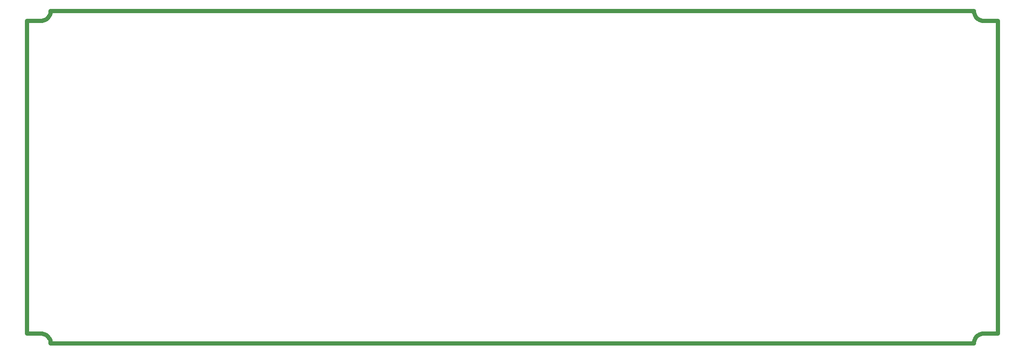
<source format=gm1>
G04*
G04 #@! TF.GenerationSoftware,Altium Limited,Altium Designer,21.3.2 (30)*
G04*
G04 Layer_Color=16711935*
%FSLAX44Y44*%
%MOMM*%
G71*
G04*
G04 #@! TF.SameCoordinates,78750805-DB91-4CD3-9BAD-7DFD151DFB16*
G04*
G04*
G04 #@! TF.FilePolarity,Positive*
G04*
G01*
G75*
%ADD34C,0.8000*%
D34*
X1682000Y600000D02*
X1682183Y597438D01*
X1682729Y594929D01*
X1683627Y592523D01*
X1684857Y590269D01*
X1686396Y588213D01*
X1688212Y586396D01*
X1690269Y584857D01*
X1692522Y583627D01*
X1694929Y582729D01*
X1697438Y582183D01*
X1700000Y582000D01*
Y18000D02*
X1697438Y17817D01*
X1694929Y17271D01*
X1692522Y16373D01*
X1690269Y15143D01*
X1688212Y13604D01*
X1686396Y11788D01*
X1684857Y9732D01*
X1683627Y7477D01*
X1682729Y5071D01*
X1682183Y2562D01*
X1682000Y0D01*
X18000D02*
X17817Y2562D01*
X17271Y5071D01*
X16373Y7477D01*
X15143Y9732D01*
X13604Y11788D01*
X11788Y13604D01*
X9732Y15143D01*
X7477Y16373D01*
X5071Y17271D01*
X2562Y17817D01*
X-0Y18000D01*
Y582000D02*
X2562Y582183D01*
X5071Y582729D01*
X7477Y583627D01*
X9732Y584857D01*
X11788Y586396D01*
X13604Y588213D01*
X15143Y590269D01*
X16373Y592523D01*
X17271Y594929D01*
X17817Y597438D01*
X18000Y600000D01*
X1725000Y18000D02*
Y582000D01*
X-25000Y18000D02*
Y582000D01*
X1700000D02*
X1725000D01*
X-25000Y18000D02*
X-0D01*
X18000Y0D02*
X1682000D01*
X18000Y600000D02*
X1682000D01*
X1700000Y18000D02*
X1725000D01*
X-25000Y582000D02*
X-0D01*
M02*

</source>
